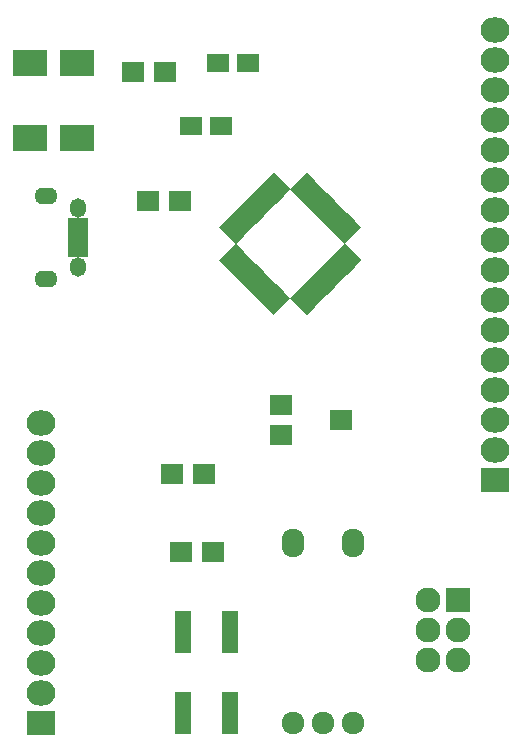
<source format=gbr>
G04 #@! TF.FileFunction,Soldermask,Top*
%FSLAX46Y46*%
G04 Gerber Fmt 4.6, Leading zero omitted, Abs format (unit mm)*
G04 Created by KiCad (PCBNEW 0.201508140901+6091~28~ubuntu14.04.1-product) date Sat 27 Feb 2016 11:06:28 PM EST*
%MOMM*%
G01*
G04 APERTURE LIST*
%ADD10C,0.100000*%
%ADD11R,2.127200X2.127200*%
%ADD12O,2.127200X2.127200*%
%ADD13R,1.400000X3.600000*%
%ADD14R,1.924000X1.670000*%
%ADD15R,2.432000X2.127200*%
%ADD16O,2.432000X2.127200*%
%ADD17R,1.750000X0.800000*%
%ADD18O,1.350000X1.650000*%
%ADD19O,1.950000X1.400000*%
%ADD20O,1.924000X2.432000*%
%ADD21C,1.924000*%
%ADD22R,2.899360X2.200860*%
%ADD23R,1.900000X1.650000*%
%ADD24R,1.900000X1.700000*%
G04 APERTURE END LIST*
D10*
D11*
X54864000Y-69088000D03*
D12*
X52324000Y-69088000D03*
X54864000Y-71628000D03*
X52324000Y-71628000D03*
X54864000Y-74168000D03*
X52324000Y-74168000D03*
D13*
X31528000Y-71784000D03*
X31528000Y-78584000D03*
X35528000Y-78584000D03*
X35528000Y-71784000D03*
D10*
G36*
X38571712Y-33505666D02*
X39243464Y-32833914D01*
X40657678Y-34248128D01*
X39985926Y-34919880D01*
X38571712Y-33505666D01*
X38571712Y-33505666D01*
G37*
G36*
X38006027Y-34071352D02*
X38677779Y-33399600D01*
X40091993Y-34813814D01*
X39420241Y-35485566D01*
X38006027Y-34071352D01*
X38006027Y-34071352D01*
G37*
G36*
X37440341Y-34637037D02*
X38112093Y-33965285D01*
X39526307Y-35379499D01*
X38854555Y-36051251D01*
X37440341Y-34637037D01*
X37440341Y-34637037D01*
G37*
G36*
X36874656Y-35202722D02*
X37546408Y-34530970D01*
X38960622Y-35945184D01*
X38288870Y-36616936D01*
X36874656Y-35202722D01*
X36874656Y-35202722D01*
G37*
G36*
X36308970Y-35768408D02*
X36980722Y-35096656D01*
X38394936Y-36510870D01*
X37723184Y-37182622D01*
X36308970Y-35768408D01*
X36308970Y-35768408D01*
G37*
G36*
X35743285Y-36334093D02*
X36415037Y-35662341D01*
X37829251Y-37076555D01*
X37157499Y-37748307D01*
X35743285Y-36334093D01*
X35743285Y-36334093D01*
G37*
G36*
X35177600Y-36899779D02*
X35849352Y-36228027D01*
X37263566Y-37642241D01*
X36591814Y-38313993D01*
X35177600Y-36899779D01*
X35177600Y-36899779D01*
G37*
G36*
X34611914Y-37465464D02*
X35283666Y-36793712D01*
X36697880Y-38207926D01*
X36026128Y-38879678D01*
X34611914Y-37465464D01*
X34611914Y-37465464D01*
G37*
G36*
X35283666Y-40930288D02*
X34611914Y-40258536D01*
X36026128Y-38844322D01*
X36697880Y-39516074D01*
X35283666Y-40930288D01*
X35283666Y-40930288D01*
G37*
G36*
X35849352Y-41495973D02*
X35177600Y-40824221D01*
X36591814Y-39410007D01*
X37263566Y-40081759D01*
X35849352Y-41495973D01*
X35849352Y-41495973D01*
G37*
G36*
X36415037Y-42061659D02*
X35743285Y-41389907D01*
X37157499Y-39975693D01*
X37829251Y-40647445D01*
X36415037Y-42061659D01*
X36415037Y-42061659D01*
G37*
G36*
X36980722Y-42627344D02*
X36308970Y-41955592D01*
X37723184Y-40541378D01*
X38394936Y-41213130D01*
X36980722Y-42627344D01*
X36980722Y-42627344D01*
G37*
G36*
X37546408Y-43193030D02*
X36874656Y-42521278D01*
X38288870Y-41107064D01*
X38960622Y-41778816D01*
X37546408Y-43193030D01*
X37546408Y-43193030D01*
G37*
G36*
X38112093Y-43758715D02*
X37440341Y-43086963D01*
X38854555Y-41672749D01*
X39526307Y-42344501D01*
X38112093Y-43758715D01*
X38112093Y-43758715D01*
G37*
G36*
X38677779Y-44324400D02*
X38006027Y-43652648D01*
X39420241Y-42238434D01*
X40091993Y-42910186D01*
X38677779Y-44324400D01*
X38677779Y-44324400D01*
G37*
G36*
X39243464Y-44890086D02*
X38571712Y-44218334D01*
X39985926Y-42804120D01*
X40657678Y-43475872D01*
X39243464Y-44890086D01*
X39243464Y-44890086D01*
G37*
G36*
X40622322Y-43475872D02*
X41294074Y-42804120D01*
X42708288Y-44218334D01*
X42036536Y-44890086D01*
X40622322Y-43475872D01*
X40622322Y-43475872D01*
G37*
G36*
X41188007Y-42910186D02*
X41859759Y-42238434D01*
X43273973Y-43652648D01*
X42602221Y-44324400D01*
X41188007Y-42910186D01*
X41188007Y-42910186D01*
G37*
G36*
X41753693Y-42344501D02*
X42425445Y-41672749D01*
X43839659Y-43086963D01*
X43167907Y-43758715D01*
X41753693Y-42344501D01*
X41753693Y-42344501D01*
G37*
G36*
X42319378Y-41778816D02*
X42991130Y-41107064D01*
X44405344Y-42521278D01*
X43733592Y-43193030D01*
X42319378Y-41778816D01*
X42319378Y-41778816D01*
G37*
G36*
X42885064Y-41213130D02*
X43556816Y-40541378D01*
X44971030Y-41955592D01*
X44299278Y-42627344D01*
X42885064Y-41213130D01*
X42885064Y-41213130D01*
G37*
G36*
X43450749Y-40647445D02*
X44122501Y-39975693D01*
X45536715Y-41389907D01*
X44864963Y-42061659D01*
X43450749Y-40647445D01*
X43450749Y-40647445D01*
G37*
G36*
X44016434Y-40081759D02*
X44688186Y-39410007D01*
X46102400Y-40824221D01*
X45430648Y-41495973D01*
X44016434Y-40081759D01*
X44016434Y-40081759D01*
G37*
G36*
X44582120Y-39516074D02*
X45253872Y-38844322D01*
X46668086Y-40258536D01*
X45996334Y-40930288D01*
X44582120Y-39516074D01*
X44582120Y-39516074D01*
G37*
G36*
X45253872Y-38879678D02*
X44582120Y-38207926D01*
X45996334Y-36793712D01*
X46668086Y-37465464D01*
X45253872Y-38879678D01*
X45253872Y-38879678D01*
G37*
G36*
X44688186Y-38313993D02*
X44016434Y-37642241D01*
X45430648Y-36228027D01*
X46102400Y-36899779D01*
X44688186Y-38313993D01*
X44688186Y-38313993D01*
G37*
G36*
X44122501Y-37748307D02*
X43450749Y-37076555D01*
X44864963Y-35662341D01*
X45536715Y-36334093D01*
X44122501Y-37748307D01*
X44122501Y-37748307D01*
G37*
G36*
X43556816Y-37182622D02*
X42885064Y-36510870D01*
X44299278Y-35096656D01*
X44971030Y-35768408D01*
X43556816Y-37182622D01*
X43556816Y-37182622D01*
G37*
G36*
X42991130Y-36616936D02*
X42319378Y-35945184D01*
X43733592Y-34530970D01*
X44405344Y-35202722D01*
X42991130Y-36616936D01*
X42991130Y-36616936D01*
G37*
G36*
X42425445Y-36051251D02*
X41753693Y-35379499D01*
X43167907Y-33965285D01*
X43839659Y-34637037D01*
X42425445Y-36051251D01*
X42425445Y-36051251D01*
G37*
G36*
X41859759Y-35485566D02*
X41188007Y-34813814D01*
X42602221Y-33399600D01*
X43273973Y-34071352D01*
X41859759Y-35485566D01*
X41859759Y-35485566D01*
G37*
G36*
X41294074Y-34919880D02*
X40622322Y-34248128D01*
X42036536Y-32833914D01*
X42708288Y-33505666D01*
X41294074Y-34919880D01*
X41294074Y-34919880D01*
G37*
D14*
X39878000Y-52578000D03*
X44958000Y-53848000D03*
X39878000Y-55118000D03*
D15*
X19558000Y-79502000D03*
D16*
X19558000Y-76962000D03*
X19558000Y-74422000D03*
X19558000Y-71882000D03*
X19558000Y-69342000D03*
X19558000Y-66802000D03*
X19558000Y-64262000D03*
X19558000Y-61722000D03*
X19558000Y-59182000D03*
X19558000Y-56642000D03*
X19558000Y-54102000D03*
D17*
X22644540Y-37053100D03*
X22644540Y-37703100D03*
X22644540Y-38353100D03*
X22644540Y-39003100D03*
X22644540Y-39653100D03*
D18*
X22644540Y-35853100D03*
X22644540Y-40853100D03*
D19*
X19944540Y-34853100D03*
X19944540Y-41853100D03*
D20*
X40894000Y-64262000D03*
X45974000Y-64262000D03*
D21*
X40894000Y-79502000D03*
X43434000Y-79502000D03*
X45974000Y-79502000D03*
D22*
X18575020Y-29972000D03*
X22572980Y-29972000D03*
X18575020Y-23622000D03*
X22572980Y-23622000D03*
D23*
X34564000Y-23622000D03*
X37064000Y-23622000D03*
X32278000Y-28956000D03*
X34778000Y-28956000D03*
D24*
X34116000Y-65024000D03*
X31416000Y-65024000D03*
X30654000Y-58420000D03*
X33354000Y-58420000D03*
X28622000Y-35306000D03*
X31322000Y-35306000D03*
X27352000Y-24384000D03*
X30052000Y-24384000D03*
D15*
X57962800Y-58928000D03*
D16*
X57962800Y-56388000D03*
X57962800Y-53848000D03*
X57962800Y-51308000D03*
X57962800Y-48768000D03*
X57962800Y-46228000D03*
X57962800Y-43688000D03*
X57962800Y-41148000D03*
X57962800Y-38608000D03*
X57962800Y-36068000D03*
X57962800Y-33528000D03*
X57962800Y-30988000D03*
X57962800Y-28448000D03*
X57962800Y-25908000D03*
X57962800Y-23368000D03*
X57962800Y-20828000D03*
M02*

</source>
